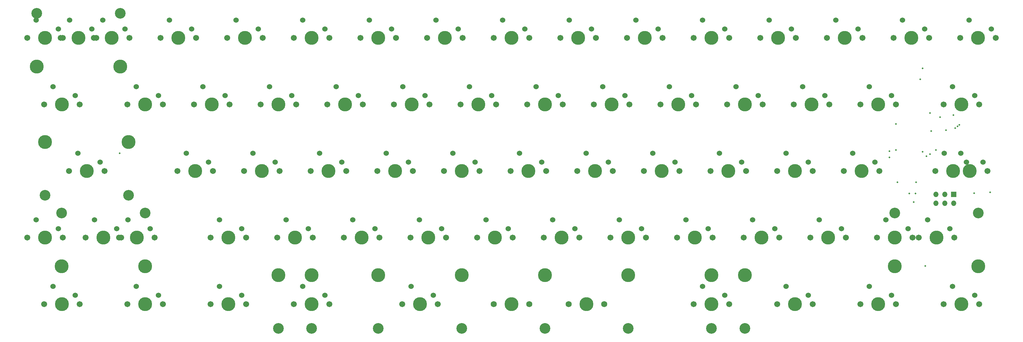
<source format=gbr>
%TF.GenerationSoftware,KiCad,Pcbnew,(6.0.7)*%
%TF.CreationDate,2022-08-07T17:46:13+02:00*%
%TF.ProjectId,nue-pcb,6e75652d-7063-4622-9e6b-696361645f70,0.1*%
%TF.SameCoordinates,Original*%
%TF.FileFunction,Soldermask,Bot*%
%TF.FilePolarity,Negative*%
%FSLAX46Y46*%
G04 Gerber Fmt 4.6, Leading zero omitted, Abs format (unit mm)*
G04 Created by KiCad (PCBNEW (6.0.7)) date 2022-08-07 17:46:13*
%MOMM*%
%LPD*%
G01*
G04 APERTURE LIST*
%ADD10C,1.701800*%
%ADD11C,1.524000*%
%ADD12C,3.987800*%
%ADD13C,3.048000*%
%ADD14R,1.524000X1.524000*%
%ADD15O,1.524000X1.524000*%
%ADD16C,1.750000*%
%ADD17C,0.508000*%
G04 APERTURE END LIST*
D10*
%TO.C,SW1*%
X336867500Y-65087500D03*
D11*
X329247500Y-60007500D03*
D12*
X331787500Y-65087500D03*
D10*
X326707500Y-65087500D03*
D11*
X335597500Y-62547500D03*
%TD*%
%TO.C,SW2*%
X316547500Y-62547500D03*
D12*
X312737500Y-65087500D03*
D10*
X317817500Y-65087500D03*
D11*
X310197500Y-60007500D03*
D10*
X307657500Y-65087500D03*
%TD*%
%TO.C,SW3*%
X288607500Y-65087500D03*
D12*
X293687500Y-65087500D03*
D11*
X291147500Y-60007500D03*
X297497500Y-62547500D03*
D10*
X298767500Y-65087500D03*
%TD*%
%TO.C,SW4*%
X269557500Y-65087500D03*
D11*
X278447500Y-62547500D03*
X272097500Y-60007500D03*
D12*
X274637500Y-65087500D03*
D10*
X279717500Y-65087500D03*
%TD*%
%TO.C,SW5*%
X260667500Y-65087500D03*
D11*
X259397500Y-62547500D03*
D10*
X250507500Y-65087500D03*
D11*
X253047500Y-60007500D03*
D12*
X255587500Y-65087500D03*
%TD*%
D11*
%TO.C,SW6*%
X233997500Y-60007500D03*
D12*
X236537500Y-65087500D03*
D10*
X241617500Y-65087500D03*
D11*
X240347500Y-62547500D03*
D10*
X231457500Y-65087500D03*
%TD*%
%TO.C,SW7*%
X222567500Y-65087500D03*
D12*
X217487500Y-65087500D03*
D11*
X221297500Y-62547500D03*
X214947500Y-60007500D03*
D10*
X212407500Y-65087500D03*
%TD*%
%TO.C,SW8*%
X193357500Y-65087500D03*
D11*
X202247500Y-62547500D03*
D12*
X198437500Y-65087500D03*
D11*
X195897500Y-60007500D03*
D10*
X203517500Y-65087500D03*
%TD*%
%TO.C,SW9*%
X174307500Y-65087500D03*
D12*
X179387500Y-65087500D03*
D11*
X183197500Y-62547500D03*
D10*
X184467500Y-65087500D03*
D11*
X176847500Y-60007500D03*
%TD*%
D12*
%TO.C,SW10*%
X160337500Y-65087500D03*
D11*
X164147500Y-62547500D03*
X157797500Y-60007500D03*
D10*
X165417500Y-65087500D03*
X155257500Y-65087500D03*
%TD*%
%TO.C,SW11*%
X136207500Y-65087500D03*
D11*
X138747500Y-60007500D03*
X145097500Y-62547500D03*
D12*
X141287500Y-65087500D03*
D10*
X146367500Y-65087500D03*
%TD*%
D11*
%TO.C,SW12*%
X126047500Y-62547500D03*
X119697500Y-60007500D03*
D10*
X127317500Y-65087500D03*
D12*
X122237500Y-65087500D03*
D10*
X117157500Y-65087500D03*
%TD*%
D12*
%TO.C,SW13*%
X103187500Y-65087500D03*
D11*
X106997500Y-62547500D03*
D10*
X98107500Y-65087500D03*
D11*
X100647500Y-60007500D03*
D10*
X108267500Y-65087500D03*
%TD*%
D12*
%TO.C,SW14*%
X74612500Y-65087500D03*
D11*
X72072500Y-60007500D03*
D12*
X62674500Y-73342500D03*
D10*
X69532500Y-65087500D03*
X79692500Y-65087500D03*
D13*
X86550500Y-58102500D03*
D11*
X78422500Y-62547500D03*
D13*
X62674500Y-58102500D03*
D12*
X86550500Y-73342500D03*
%TD*%
D11*
%TO.C,SW16*%
X300672500Y-79057500D03*
D10*
X308292500Y-84137500D03*
D11*
X307022500Y-81597500D03*
D10*
X298132500Y-84137500D03*
D12*
X303212500Y-84137500D03*
%TD*%
D11*
%TO.C,SW17*%
X287972500Y-81597500D03*
X281622500Y-79057500D03*
D10*
X289242500Y-84137500D03*
D12*
X284162500Y-84137500D03*
D10*
X279082500Y-84137500D03*
%TD*%
D11*
%TO.C,SW18*%
X262572500Y-79057500D03*
D10*
X260032500Y-84137500D03*
D11*
X268922500Y-81597500D03*
D10*
X270192500Y-84137500D03*
D12*
X265112500Y-84137500D03*
%TD*%
D11*
%TO.C,SW19*%
X249872500Y-81597500D03*
D12*
X246062500Y-84137500D03*
D10*
X240982500Y-84137500D03*
D11*
X243522500Y-79057500D03*
D10*
X251142500Y-84137500D03*
%TD*%
%TO.C,SW20*%
X232092500Y-84137500D03*
D11*
X230822500Y-81597500D03*
X224472500Y-79057500D03*
D12*
X227012500Y-84137500D03*
D10*
X221932500Y-84137500D03*
%TD*%
D11*
%TO.C,SW21*%
X205422500Y-79057500D03*
D10*
X213042500Y-84137500D03*
D11*
X211772500Y-81597500D03*
D10*
X202882500Y-84137500D03*
D12*
X207962500Y-84137500D03*
%TD*%
D10*
%TO.C,SW22*%
X193992500Y-84137500D03*
D11*
X186372500Y-79057500D03*
X192722500Y-81597500D03*
D12*
X188912500Y-84137500D03*
D10*
X183832500Y-84137500D03*
%TD*%
%TO.C,SW23*%
X174942500Y-84137500D03*
D12*
X169862500Y-84137500D03*
D10*
X164782500Y-84137500D03*
D11*
X167322500Y-79057500D03*
X173672500Y-81597500D03*
%TD*%
%TO.C,SW24*%
X154622500Y-81597500D03*
D12*
X150812500Y-84137500D03*
D10*
X145732500Y-84137500D03*
D11*
X148272500Y-79057500D03*
D10*
X155892500Y-84137500D03*
%TD*%
%TO.C,SW25*%
X126682500Y-84137500D03*
D12*
X131762500Y-84137500D03*
D11*
X129222500Y-79057500D03*
X135572500Y-81597500D03*
D10*
X136842500Y-84137500D03*
%TD*%
D11*
%TO.C,SW26*%
X116522500Y-81597500D03*
D12*
X112712500Y-84137500D03*
D10*
X107632500Y-84137500D03*
X117792500Y-84137500D03*
D11*
X110172500Y-79057500D03*
%TD*%
%TO.C,SW27*%
X97472500Y-81597500D03*
D10*
X98742500Y-84137500D03*
D12*
X93662500Y-84137500D03*
D10*
X88582500Y-84137500D03*
D11*
X91122500Y-79057500D03*
%TD*%
D12*
%TO.C,SW28*%
X65087500Y-65087500D03*
D10*
X70167500Y-65087500D03*
D11*
X62547500Y-60007500D03*
X68897500Y-62547500D03*
D10*
X60007500Y-65087500D03*
%TD*%
D11*
%TO.C,SW31*%
X283210000Y-100647500D03*
D10*
X274320000Y-103187500D03*
X284480000Y-103187500D03*
D11*
X276860000Y-98107500D03*
D12*
X279400000Y-103187500D03*
%TD*%
%TO.C,SW32*%
X260350000Y-103187500D03*
D10*
X265430000Y-103187500D03*
X255270000Y-103187500D03*
D11*
X257810000Y-98107500D03*
X264160000Y-100647500D03*
%TD*%
%TO.C,SW33*%
X245110000Y-100647500D03*
X238760000Y-98107500D03*
D10*
X246380000Y-103187500D03*
X236220000Y-103187500D03*
D12*
X241300000Y-103187500D03*
%TD*%
D10*
%TO.C,SW34*%
X217170000Y-103187500D03*
X227330000Y-103187500D03*
D11*
X219710000Y-98107500D03*
X226060000Y-100647500D03*
D12*
X222250000Y-103187500D03*
%TD*%
%TO.C,SW36*%
X184150000Y-103187500D03*
D10*
X189230000Y-103187500D03*
D11*
X187960000Y-100647500D03*
D10*
X179070000Y-103187500D03*
D11*
X181610000Y-98107500D03*
%TD*%
D10*
%TO.C,SW37*%
X170180000Y-103187500D03*
X160020000Y-103187500D03*
D12*
X165100000Y-103187500D03*
D11*
X168910000Y-100647500D03*
X162560000Y-98107500D03*
%TD*%
%TO.C,SW38*%
X143510000Y-98107500D03*
D10*
X151130000Y-103187500D03*
D11*
X149860000Y-100647500D03*
D10*
X140970000Y-103187500D03*
D12*
X146050000Y-103187500D03*
%TD*%
D11*
%TO.C,SW39*%
X130810000Y-100647500D03*
D10*
X121920000Y-103187500D03*
X132080000Y-103187500D03*
D12*
X127000000Y-103187500D03*
D11*
X124460000Y-98107500D03*
%TD*%
%TO.C,SW40*%
X105410000Y-98107500D03*
D10*
X113030000Y-103187500D03*
D11*
X111760000Y-100647500D03*
D10*
X102870000Y-103187500D03*
D12*
X107950000Y-103187500D03*
%TD*%
D11*
%TO.C,SW41*%
X67310000Y-79057500D03*
D10*
X64770000Y-84137500D03*
D11*
X73660000Y-81597500D03*
D10*
X74930000Y-84137500D03*
D12*
X69850000Y-84137500D03*
%TD*%
D13*
%TO.C,SW43*%
X331819250Y-115252500D03*
X307943250Y-115252500D03*
D10*
X324961250Y-122237500D03*
D12*
X319881250Y-122237500D03*
X307943250Y-130492500D03*
D11*
X317341250Y-117157500D03*
D10*
X314801250Y-122237500D03*
D12*
X331819250Y-130492500D03*
D11*
X323691250Y-119697500D03*
%TD*%
%TO.C,SW45*%
X286385000Y-117157500D03*
D10*
X283845000Y-122237500D03*
X294005000Y-122237500D03*
D11*
X292735000Y-119697500D03*
D12*
X288925000Y-122237500D03*
%TD*%
D10*
%TO.C,SW46*%
X274955000Y-122237500D03*
D11*
X273685000Y-119697500D03*
D10*
X264795000Y-122237500D03*
D12*
X269875000Y-122237500D03*
D11*
X267335000Y-117157500D03*
%TD*%
D12*
%TO.C,SW49*%
X212725000Y-122237500D03*
D11*
X210185000Y-117157500D03*
X216535000Y-119697500D03*
D10*
X207645000Y-122237500D03*
X217805000Y-122237500D03*
%TD*%
%TO.C,SW50*%
X188595000Y-122237500D03*
D12*
X193675000Y-122237500D03*
D10*
X198755000Y-122237500D03*
D11*
X197485000Y-119697500D03*
X191135000Y-117157500D03*
%TD*%
D12*
%TO.C,SW51*%
X174625000Y-122237500D03*
D11*
X172085000Y-117157500D03*
D10*
X179705000Y-122237500D03*
X169545000Y-122237500D03*
D11*
X178435000Y-119697500D03*
%TD*%
%TO.C,SW52*%
X159385000Y-119697500D03*
D10*
X150495000Y-122237500D03*
D12*
X155575000Y-122237500D03*
D10*
X160655000Y-122237500D03*
D11*
X153035000Y-117157500D03*
%TD*%
D10*
%TO.C,SW53*%
X141605000Y-122237500D03*
X131445000Y-122237500D03*
D12*
X136525000Y-122237500D03*
D11*
X140335000Y-119697500D03*
X133985000Y-117157500D03*
%TD*%
D10*
%TO.C,SW54*%
X112395000Y-122237500D03*
D11*
X114935000Y-117157500D03*
X121285000Y-119697500D03*
D10*
X122555000Y-122237500D03*
D12*
X117475000Y-122237500D03*
%TD*%
D11*
%TO.C,SW55*%
X85566250Y-119697500D03*
D10*
X76676250Y-122237500D03*
D13*
X69818250Y-115252500D03*
D12*
X69818250Y-130492500D03*
X93694250Y-130492500D03*
X81756250Y-122237500D03*
D13*
X93694250Y-115252500D03*
D10*
X86836250Y-122237500D03*
D11*
X79216250Y-117157500D03*
%TD*%
D12*
%TO.C,SW56*%
X65087500Y-122237500D03*
D11*
X62547500Y-117157500D03*
X68897500Y-119697500D03*
D10*
X70167500Y-122237500D03*
X60007500Y-122237500D03*
%TD*%
%TO.C,SW61*%
X136207500Y-141287500D03*
D12*
X141287500Y-141287500D03*
D11*
X138747500Y-136207500D03*
X145097500Y-138747500D03*
D10*
X146367500Y-141287500D03*
%TD*%
D11*
%TO.C,SW65*%
X87947500Y-62547500D03*
D10*
X89217500Y-65087500D03*
D12*
X84137500Y-65087500D03*
D11*
X81597500Y-60007500D03*
D10*
X79057500Y-65087500D03*
%TD*%
D12*
%TO.C,SW69*%
X91281250Y-122237500D03*
D11*
X88741250Y-117157500D03*
D10*
X86201250Y-122237500D03*
D11*
X95091250Y-119697500D03*
D10*
X96361250Y-122237500D03*
%TD*%
D11*
%TO.C,SW70*%
X330835000Y-138747500D03*
D12*
X327025000Y-141287500D03*
D10*
X332105000Y-141287500D03*
D11*
X324485000Y-136207500D03*
D10*
X321945000Y-141287500D03*
%TD*%
D11*
%TO.C,SW71*%
X300672500Y-136207500D03*
D10*
X298132500Y-141287500D03*
D12*
X303212500Y-141287500D03*
D10*
X308292500Y-141287500D03*
D11*
X307022500Y-138747500D03*
%TD*%
%TO.C,SW74*%
X114935000Y-136207500D03*
D10*
X122555000Y-141287500D03*
D11*
X121285000Y-138747500D03*
D10*
X112395000Y-141287500D03*
D12*
X117475000Y-141287500D03*
%TD*%
D11*
%TO.C,SW75*%
X91122500Y-136207500D03*
D12*
X93662500Y-141287500D03*
D10*
X88582500Y-141287500D03*
D11*
X97472500Y-138747500D03*
D10*
X98742500Y-141287500D03*
%TD*%
%TO.C,SW76*%
X74930000Y-141287500D03*
D12*
X69850000Y-141287500D03*
D10*
X64770000Y-141287500D03*
D11*
X67310000Y-136207500D03*
X73660000Y-138747500D03*
%TD*%
D12*
%TO.C,SW44*%
X307975000Y-122237500D03*
D11*
X305435000Y-117157500D03*
D10*
X302895000Y-122237500D03*
D11*
X311785000Y-119697500D03*
D10*
X313055000Y-122237500D03*
%TD*%
D11*
%TO.C,SW48*%
X235585000Y-119697500D03*
D10*
X236855000Y-122237500D03*
D12*
X231775000Y-122237500D03*
D11*
X229235000Y-117157500D03*
D10*
X226695000Y-122237500D03*
%TD*%
%TO.C,SW47*%
X255905000Y-122237500D03*
D11*
X254635000Y-119697500D03*
X248285000Y-117157500D03*
D10*
X245745000Y-122237500D03*
D12*
X250825000Y-122237500D03*
%TD*%
D14*
%TO.C,J2*%
X324802500Y-109918500D03*
D15*
X324802500Y-112458500D03*
X322262500Y-109918500D03*
X322262500Y-112458500D03*
X319722500Y-109918500D03*
X319722500Y-112458500D03*
%TD*%
D13*
%TO.C,SW42*%
X88931750Y-110172500D03*
D11*
X80803750Y-100647500D03*
X74453750Y-98107500D03*
D10*
X71913750Y-103187500D03*
D12*
X88931750Y-94932500D03*
D10*
X82073750Y-103187500D03*
D13*
X65055750Y-110172500D03*
D12*
X76993750Y-103187500D03*
X65055750Y-94932500D03*
%TD*%
D11*
%TO.C,SW29*%
X322103750Y-98107500D03*
D10*
X329723750Y-103187500D03*
X319563750Y-103187500D03*
D12*
X324643750Y-103187500D03*
D11*
X328453750Y-100647500D03*
%TD*%
D12*
%TO.C,SW15*%
X327025000Y-84137500D03*
D10*
X321945000Y-84137500D03*
D11*
X324485000Y-79057500D03*
X330835000Y-81597500D03*
D10*
X332105000Y-84137500D03*
%TD*%
D11*
%TO.C,SW66*%
X333216250Y-100647500D03*
D12*
X329406250Y-103187500D03*
D10*
X324326250Y-103187500D03*
D11*
X326866250Y-98107500D03*
D10*
X334486250Y-103187500D03*
%TD*%
D11*
%TO.C,SW35*%
X200660000Y-98107500D03*
X207010000Y-100647500D03*
D10*
X208280000Y-103187500D03*
X198120000Y-103187500D03*
D12*
X203200000Y-103187500D03*
%TD*%
%TO.C,SW30*%
X298450000Y-103187500D03*
D10*
X303530000Y-103187500D03*
D11*
X295910000Y-98107500D03*
X302260000Y-100647500D03*
D10*
X293370000Y-103187500D03*
%TD*%
%TO.C,SW72*%
X274320000Y-141287500D03*
D12*
X279400000Y-141287500D03*
D11*
X283210000Y-138747500D03*
X276860000Y-136207500D03*
D10*
X284480000Y-141287500D03*
%TD*%
%TO.C,SW101*%
X260667500Y-141287500D03*
D12*
X255587500Y-141287500D03*
D11*
X253047500Y-136207500D03*
D10*
X250507500Y-141287500D03*
D11*
X259397500Y-138747500D03*
%TD*%
D10*
%TO.C,SW103*%
X177323750Y-141287500D03*
D13*
X184181750Y-148272500D03*
D11*
X176053750Y-138747500D03*
D12*
X184181750Y-133032500D03*
X160305750Y-133032500D03*
D11*
X169703750Y-136207500D03*
D10*
X167163750Y-141287500D03*
D12*
X172243750Y-141287500D03*
D13*
X160305750Y-148272500D03*
%TD*%
D12*
%TO.C,SW73*%
X131792500Y-133032500D03*
D13*
X131792500Y-148272500D03*
D12*
X265142500Y-133032500D03*
D13*
X255587500Y-148272500D03*
X265142500Y-148272500D03*
D16*
X203517500Y-141287500D03*
X193357500Y-141287500D03*
D12*
X255587500Y-133032500D03*
X198437500Y-141287500D03*
D13*
X141287500Y-148272500D03*
D12*
X141287500Y-133032500D03*
%TD*%
D13*
%TO.C,SW102*%
X207962500Y-148272500D03*
D12*
X219868750Y-141287500D03*
D13*
X231775000Y-148272500D03*
D16*
X214788750Y-141287500D03*
D12*
X207962500Y-133032500D03*
X231775000Y-133032500D03*
D16*
X224948750Y-141287500D03*
%TD*%
D17*
X318071500Y-98361500D03*
X306451000Y-99314000D03*
X306451000Y-97536000D03*
X322643500Y-91503500D03*
X315912500Y-73850500D03*
X315244750Y-76931250D03*
X320929000Y-87757000D03*
X308706250Y-106425000D03*
X314072000Y-106425000D03*
X313372500Y-112077500D03*
X316706250Y-130397250D03*
X316992000Y-98933000D03*
X86360000Y-98107500D03*
X308292500Y-97218500D03*
X318389000Y-91757500D03*
X319722500Y-97218500D03*
X308292500Y-89725500D03*
X315912500Y-97726500D03*
X318008000Y-86614000D03*
X335216500Y-109283500D03*
X312102500Y-109664500D03*
X324696901Y-87164099D03*
X313880500Y-109664500D03*
X325882000Y-90424000D03*
X325247000Y-90932000D03*
X330644500Y-109537500D03*
X326453500Y-89979500D03*
M02*

</source>
